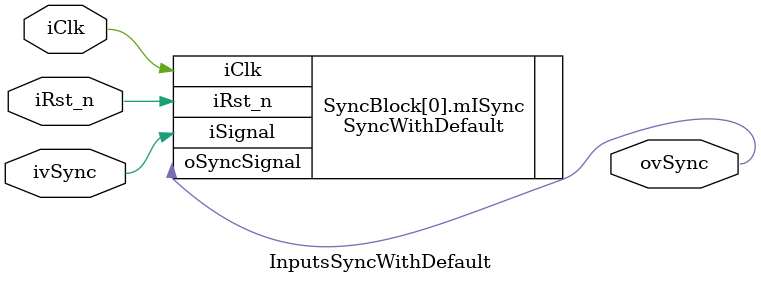
<source format=v>
`timescale 1ns / 1ps
module InputsSyncWithDefault
	#(parameter SIZE = 1, DEFAULT_OUT=1'b0)
(
    input               iClk,
    input               iRst_n,
    input   [SIZE-1:0]  ivSync,
    output  [SIZE-1:0]  ovSync
);
//////////////////////////////////////////////////////////////////////////////////
// Includes
//////////////////////////////////////////////////////////////////////////////////

//////////////////////////////////////////////////////////////////////////////////
// Defines
//////////////////////////////////////////////////////////////////////////////////

//////////////////////////////////////////////////////////////////////////////////
// Internal Signals
//////////////////////////////////////////////////////////////////////////////////

//////////////////////////////////////////////////////////////////////////////////
// Continous assigments
//////////////////////////////////////////////////////////////////////////////////


//////////////////////////////////////////////////////////////////////////////////
// Sequential logic
//////////////////////////////////////////////////////////////////////////////////

//////////////////////////////////////////////////////////////////////////////////
// Combinational logic
//////////////////////////////////////////////////////////////////////////////////



//////////////////////////////////////////////////////////////////////////////////
// Instances
//////////////////////////////////////////////////////////////////////////////////
genvar i;
generate
    for (i=0; i<SIZE; i=i+1)
    begin: SyncBlock
    SyncWithDefault #(.DEFAULT_OUT(DEFAULT_OUT)) mISync
    (
        .iClk           (iClk), 
        .iRst_n           (iRst_n), 
        .iSignal        (ivSync[i]), 
        .oSyncSignal    (ovSync[i]) 
    );
    
    end
endgenerate
//////////////////////////////////////////////////////////////////////////////////


endmodule

</source>
